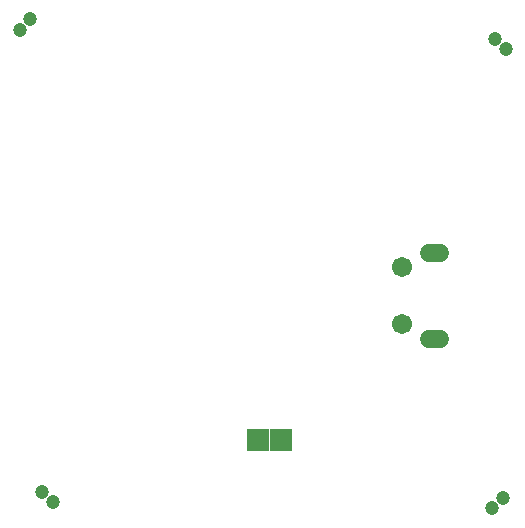
<source format=gbs>
G04 ---------------------------- Layer name :BOTTOM SOLDER LAYER*
G04 EasyEDA v5.6.15, Thu, 26 Jul 2018 23:31:00 GMT*
G04 524904d139c848fcb6349d0702f66ca3*
G04 Gerber Generator version 0.2*
G04 Scale: 100 percent, Rotated: No, Reflected: No *
G04 Dimensions in inches *
G04 leading zeros omitted , absolute positions ,2 integer and 4 decimal *
%FSLAX24Y24*%
%MOIN*%
G90*
G70D02*

%ADD56C,0.059181*%
%ADD57C,0.047370*%
%ADD58R,0.074000X0.074000*%
%ADD59C,0.067055*%

%LPD*%
G54D56*
G01X19518Y14969D02*
G01X19873Y14969D01*
G01X19518Y12119D02*
G01X19873Y12119D01*
G54D57*
G01X6978Y6665D03*
G01X6621Y7022D03*
G01X21721Y22122D03*
G01X22078Y21765D03*
G54D58*
G01X13810Y8744D03*
G01X14589Y8744D03*
G54D59*
G01X18632Y12595D03*
G01X18632Y14501D03*
G54D57*
G01X21978Y6822D03*
G01X21621Y6465D03*
G01X5871Y22415D03*
G01X6228Y22772D03*
M00*
M02*

</source>
